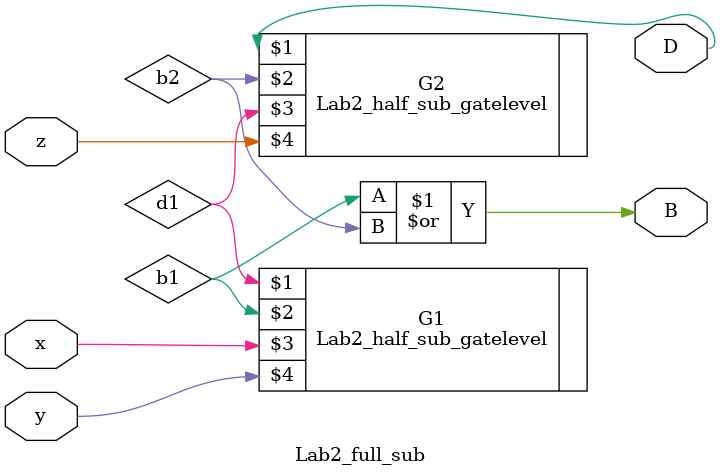
<source format=v>
module Lab2_full_sub(output D, B, input x, y, z);

wire d1,b1,d2,b2;
Lab2_half_sub_gatelevel G1(d1,b1,x,y);
Lab2_half_sub_gatelevel G2(D,b2,d1,z);
or #(5) (B,b1,b2);
//or (B,b1,b2);


endmodule
</source>
